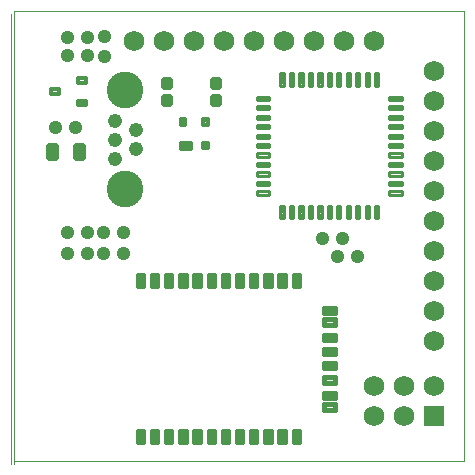
<source format=gts>
G75*
G70*
%OFA0B0*%
%FSLAX24Y24*%
%IPPOS*%
%LPD*%
%AMOC8*
5,1,8,0,0,1.08239X$1,22.5*
%
%ADD10C,0.0000*%
%ADD11C,0.0109*%
%ADD12C,0.0476*%
%ADD13C,0.1221*%
%ADD14C,0.0138*%
%ADD15C,0.0158*%
%ADD16C,0.0396*%
%ADD17C,0.0177*%
%ADD18C,0.0148*%
%ADD19C,0.0680*%
%ADD20R,0.0680X0.0680*%
%ADD21C,0.0197*%
%ADD22C,0.0220*%
D10*
X000100Y000100D02*
X000100Y015100D01*
X000200Y015200D02*
X000200Y000200D01*
X000200Y000100D01*
X000200Y000200D02*
X015200Y000200D01*
X015200Y015200D01*
X000200Y015200D01*
D11*
X008293Y012329D02*
X008697Y012329D01*
X008697Y012221D01*
X008293Y012221D01*
X008293Y012329D01*
X008697Y012329D01*
X008697Y012014D02*
X008293Y012014D01*
X008697Y012014D02*
X008697Y011906D01*
X008293Y011906D01*
X008293Y012014D01*
X008697Y012014D01*
X008697Y011699D02*
X008293Y011699D01*
X008697Y011699D02*
X008697Y011591D01*
X008293Y011591D01*
X008293Y011699D01*
X008697Y011699D01*
X008697Y011384D02*
X008293Y011384D01*
X008697Y011384D02*
X008697Y011276D01*
X008293Y011276D01*
X008293Y011384D01*
X008697Y011384D01*
X008697Y011069D02*
X008293Y011069D01*
X008697Y011069D02*
X008697Y010961D01*
X008293Y010961D01*
X008293Y011069D01*
X008697Y011069D01*
X008697Y010754D02*
X008293Y010754D01*
X008697Y010754D02*
X008697Y010646D01*
X008293Y010646D01*
X008293Y010754D01*
X008697Y010754D01*
X008697Y010439D02*
X008293Y010439D01*
X008697Y010439D02*
X008697Y010331D01*
X008293Y010331D01*
X008293Y010439D01*
X008697Y010439D01*
X008697Y010124D02*
X008293Y010124D01*
X008697Y010124D02*
X008697Y010016D01*
X008293Y010016D01*
X008293Y010124D01*
X008697Y010124D01*
X008697Y009809D02*
X008293Y009809D01*
X008697Y009809D02*
X008697Y009701D01*
X008293Y009701D01*
X008293Y009809D01*
X008697Y009809D01*
X008697Y009494D02*
X008293Y009494D01*
X008697Y009494D02*
X008697Y009386D01*
X008293Y009386D01*
X008293Y009494D01*
X008697Y009494D01*
X008697Y009179D02*
X008293Y009179D01*
X008697Y009179D02*
X008697Y009071D01*
X008293Y009071D01*
X008293Y009179D01*
X008697Y009179D01*
X009071Y008697D02*
X009071Y008293D01*
X009071Y008697D02*
X009179Y008697D01*
X009179Y008293D01*
X009071Y008293D01*
X009071Y008401D02*
X009179Y008401D01*
X009179Y008509D02*
X009071Y008509D01*
X009071Y008617D02*
X009179Y008617D01*
X009386Y008697D02*
X009386Y008293D01*
X009386Y008697D02*
X009494Y008697D01*
X009494Y008293D01*
X009386Y008293D01*
X009386Y008401D02*
X009494Y008401D01*
X009494Y008509D02*
X009386Y008509D01*
X009386Y008617D02*
X009494Y008617D01*
X009701Y008697D02*
X009701Y008293D01*
X009701Y008697D02*
X009809Y008697D01*
X009809Y008293D01*
X009701Y008293D01*
X009701Y008401D02*
X009809Y008401D01*
X009809Y008509D02*
X009701Y008509D01*
X009701Y008617D02*
X009809Y008617D01*
X010016Y008697D02*
X010016Y008293D01*
X010016Y008697D02*
X010124Y008697D01*
X010124Y008293D01*
X010016Y008293D01*
X010016Y008401D02*
X010124Y008401D01*
X010124Y008509D02*
X010016Y008509D01*
X010016Y008617D02*
X010124Y008617D01*
X010331Y008697D02*
X010331Y008293D01*
X010331Y008697D02*
X010439Y008697D01*
X010439Y008293D01*
X010331Y008293D01*
X010331Y008401D02*
X010439Y008401D01*
X010439Y008509D02*
X010331Y008509D01*
X010331Y008617D02*
X010439Y008617D01*
X010646Y008697D02*
X010646Y008293D01*
X010646Y008697D02*
X010754Y008697D01*
X010754Y008293D01*
X010646Y008293D01*
X010646Y008401D02*
X010754Y008401D01*
X010754Y008509D02*
X010646Y008509D01*
X010646Y008617D02*
X010754Y008617D01*
X010961Y008697D02*
X010961Y008293D01*
X010961Y008697D02*
X011069Y008697D01*
X011069Y008293D01*
X010961Y008293D01*
X010961Y008401D02*
X011069Y008401D01*
X011069Y008509D02*
X010961Y008509D01*
X010961Y008617D02*
X011069Y008617D01*
X011276Y008697D02*
X011276Y008293D01*
X011276Y008697D02*
X011384Y008697D01*
X011384Y008293D01*
X011276Y008293D01*
X011276Y008401D02*
X011384Y008401D01*
X011384Y008509D02*
X011276Y008509D01*
X011276Y008617D02*
X011384Y008617D01*
X011591Y008697D02*
X011591Y008293D01*
X011591Y008697D02*
X011699Y008697D01*
X011699Y008293D01*
X011591Y008293D01*
X011591Y008401D02*
X011699Y008401D01*
X011699Y008509D02*
X011591Y008509D01*
X011591Y008617D02*
X011699Y008617D01*
X011906Y008697D02*
X011906Y008293D01*
X011906Y008697D02*
X012014Y008697D01*
X012014Y008293D01*
X011906Y008293D01*
X011906Y008401D02*
X012014Y008401D01*
X012014Y008509D02*
X011906Y008509D01*
X011906Y008617D02*
X012014Y008617D01*
X012221Y008697D02*
X012221Y008293D01*
X012221Y008697D02*
X012329Y008697D01*
X012329Y008293D01*
X012221Y008293D01*
X012221Y008401D02*
X012329Y008401D01*
X012329Y008509D02*
X012221Y008509D01*
X012221Y008617D02*
X012329Y008617D01*
X012703Y009071D02*
X013107Y009071D01*
X012703Y009071D02*
X012703Y009179D01*
X013107Y009179D01*
X013107Y009071D01*
X013107Y009179D02*
X012703Y009179D01*
X012703Y009386D02*
X013107Y009386D01*
X012703Y009386D02*
X012703Y009494D01*
X013107Y009494D01*
X013107Y009386D01*
X013107Y009494D02*
X012703Y009494D01*
X012703Y009701D02*
X013107Y009701D01*
X012703Y009701D02*
X012703Y009809D01*
X013107Y009809D01*
X013107Y009701D01*
X013107Y009809D02*
X012703Y009809D01*
X012703Y010016D02*
X013107Y010016D01*
X012703Y010016D02*
X012703Y010124D01*
X013107Y010124D01*
X013107Y010016D01*
X013107Y010124D02*
X012703Y010124D01*
X012703Y010331D02*
X013107Y010331D01*
X012703Y010331D02*
X012703Y010439D01*
X013107Y010439D01*
X013107Y010331D01*
X013107Y010439D02*
X012703Y010439D01*
X012703Y010646D02*
X013107Y010646D01*
X012703Y010646D02*
X012703Y010754D01*
X013107Y010754D01*
X013107Y010646D01*
X013107Y010754D02*
X012703Y010754D01*
X012703Y010961D02*
X013107Y010961D01*
X012703Y010961D02*
X012703Y011069D01*
X013107Y011069D01*
X013107Y010961D01*
X013107Y011069D02*
X012703Y011069D01*
X012703Y011276D02*
X013107Y011276D01*
X012703Y011276D02*
X012703Y011384D01*
X013107Y011384D01*
X013107Y011276D01*
X013107Y011384D02*
X012703Y011384D01*
X012703Y011591D02*
X013107Y011591D01*
X012703Y011591D02*
X012703Y011699D01*
X013107Y011699D01*
X013107Y011591D01*
X013107Y011699D02*
X012703Y011699D01*
X012703Y011906D02*
X013107Y011906D01*
X012703Y011906D02*
X012703Y012014D01*
X013107Y012014D01*
X013107Y011906D01*
X013107Y012014D02*
X012703Y012014D01*
X012703Y012221D02*
X013107Y012221D01*
X012703Y012221D02*
X012703Y012329D01*
X013107Y012329D01*
X013107Y012221D01*
X013107Y012329D02*
X012703Y012329D01*
X012329Y012703D02*
X012329Y013107D01*
X012329Y012703D02*
X012221Y012703D01*
X012221Y013107D01*
X012329Y013107D01*
X012329Y012811D02*
X012221Y012811D01*
X012221Y012919D02*
X012329Y012919D01*
X012329Y013027D02*
X012221Y013027D01*
X012014Y013107D02*
X012014Y012703D01*
X011906Y012703D01*
X011906Y013107D01*
X012014Y013107D01*
X012014Y012811D02*
X011906Y012811D01*
X011906Y012919D02*
X012014Y012919D01*
X012014Y013027D02*
X011906Y013027D01*
X011699Y013107D02*
X011699Y012703D01*
X011591Y012703D01*
X011591Y013107D01*
X011699Y013107D01*
X011699Y012811D02*
X011591Y012811D01*
X011591Y012919D02*
X011699Y012919D01*
X011699Y013027D02*
X011591Y013027D01*
X011384Y013107D02*
X011384Y012703D01*
X011276Y012703D01*
X011276Y013107D01*
X011384Y013107D01*
X011384Y012811D02*
X011276Y012811D01*
X011276Y012919D02*
X011384Y012919D01*
X011384Y013027D02*
X011276Y013027D01*
X011069Y013107D02*
X011069Y012703D01*
X010961Y012703D01*
X010961Y013107D01*
X011069Y013107D01*
X011069Y012811D02*
X010961Y012811D01*
X010961Y012919D02*
X011069Y012919D01*
X011069Y013027D02*
X010961Y013027D01*
X010754Y013107D02*
X010754Y012703D01*
X010646Y012703D01*
X010646Y013107D01*
X010754Y013107D01*
X010754Y012811D02*
X010646Y012811D01*
X010646Y012919D02*
X010754Y012919D01*
X010754Y013027D02*
X010646Y013027D01*
X010439Y013107D02*
X010439Y012703D01*
X010331Y012703D01*
X010331Y013107D01*
X010439Y013107D01*
X010439Y012811D02*
X010331Y012811D01*
X010331Y012919D02*
X010439Y012919D01*
X010439Y013027D02*
X010331Y013027D01*
X010124Y013107D02*
X010124Y012703D01*
X010016Y012703D01*
X010016Y013107D01*
X010124Y013107D01*
X010124Y012811D02*
X010016Y012811D01*
X010016Y012919D02*
X010124Y012919D01*
X010124Y013027D02*
X010016Y013027D01*
X009809Y013107D02*
X009809Y012703D01*
X009701Y012703D01*
X009701Y013107D01*
X009809Y013107D01*
X009809Y012811D02*
X009701Y012811D01*
X009701Y012919D02*
X009809Y012919D01*
X009809Y013027D02*
X009701Y013027D01*
X009494Y013107D02*
X009494Y012703D01*
X009386Y012703D01*
X009386Y013107D01*
X009494Y013107D01*
X009494Y012811D02*
X009386Y012811D01*
X009386Y012919D02*
X009494Y012919D01*
X009494Y013027D02*
X009386Y013027D01*
X009179Y013107D02*
X009179Y012703D01*
X009071Y012703D01*
X009071Y013107D01*
X009179Y013107D01*
X009179Y012811D02*
X009071Y012811D01*
X009071Y012919D02*
X009179Y012919D01*
X009179Y013027D02*
X009071Y013027D01*
D12*
X004254Y011215D03*
X004254Y010585D03*
X003546Y010270D03*
X003546Y010900D03*
X003546Y011530D03*
D13*
X003900Y012554D03*
X003900Y009246D03*
D14*
X005757Y011405D02*
X005895Y011405D01*
X005757Y011405D02*
X005757Y011583D01*
X005895Y011583D01*
X005895Y011405D01*
X005895Y011542D02*
X005757Y011542D01*
X006505Y011405D02*
X006643Y011405D01*
X006505Y011405D02*
X006505Y011583D01*
X006643Y011583D01*
X006643Y011405D01*
X006643Y011542D02*
X006505Y011542D01*
X006505Y010617D02*
X006643Y010617D01*
X006505Y010617D02*
X006505Y010795D01*
X006643Y010795D01*
X006643Y010617D01*
X006643Y010754D02*
X006505Y010754D01*
D15*
X006043Y010627D02*
X005767Y010627D01*
X005767Y010785D01*
X006043Y010785D01*
X006043Y010627D01*
X006043Y010784D02*
X005767Y010784D01*
D16*
X003222Y013648D02*
X003178Y013648D01*
X003178Y013692D01*
X003222Y013692D01*
X003222Y013648D01*
X002608Y013678D02*
X002608Y013722D01*
X002652Y013722D01*
X002652Y013678D01*
X002608Y013678D01*
X002608Y014278D02*
X002608Y014322D01*
X002652Y014322D01*
X002652Y014278D01*
X002608Y014278D01*
X003178Y014308D02*
X003222Y014308D01*
X003178Y014308D02*
X003178Y014352D01*
X003222Y014352D01*
X003222Y014308D01*
X001948Y014278D02*
X001948Y014322D01*
X001992Y014322D01*
X001992Y014278D01*
X001948Y014278D01*
X001948Y013722D02*
X001948Y013678D01*
X001948Y013722D02*
X001992Y013722D01*
X001992Y013678D01*
X001948Y013678D01*
X002208Y011322D02*
X002208Y011278D01*
X002208Y011322D02*
X002252Y011322D01*
X002252Y011278D01*
X002208Y011278D01*
X001548Y011278D02*
X001548Y011322D01*
X001592Y011322D01*
X001592Y011278D01*
X001548Y011278D01*
X001948Y007822D02*
X001948Y007778D01*
X001948Y007822D02*
X001992Y007822D01*
X001992Y007778D01*
X001948Y007778D01*
X001948Y007122D02*
X001948Y007078D01*
X001948Y007122D02*
X001992Y007122D01*
X001992Y007078D01*
X001948Y007078D01*
X002608Y007078D02*
X002608Y007122D01*
X002652Y007122D01*
X002652Y007078D01*
X002608Y007078D01*
X003192Y007078D02*
X003192Y007122D01*
X003192Y007078D02*
X003148Y007078D01*
X003148Y007122D01*
X003192Y007122D01*
X003852Y007122D02*
X003852Y007078D01*
X003808Y007078D01*
X003808Y007122D01*
X003852Y007122D01*
X003852Y007778D02*
X003852Y007822D01*
X003852Y007778D02*
X003808Y007778D01*
X003808Y007822D01*
X003852Y007822D01*
X003192Y007822D02*
X003192Y007778D01*
X003148Y007778D01*
X003148Y007822D01*
X003192Y007822D01*
X002608Y007822D02*
X002608Y007778D01*
X002608Y007822D02*
X002652Y007822D01*
X002652Y007778D01*
X002608Y007778D01*
X010448Y007622D02*
X010448Y007578D01*
X010448Y007622D02*
X010492Y007622D01*
X010492Y007578D01*
X010448Y007578D01*
X010992Y007022D02*
X010992Y006978D01*
X010948Y006978D01*
X010948Y007022D01*
X010992Y007022D01*
X011108Y007578D02*
X011108Y007622D01*
X011152Y007622D01*
X011152Y007578D01*
X011108Y007578D01*
X011652Y007022D02*
X011652Y006978D01*
X011608Y006978D01*
X011608Y007022D01*
X011652Y007022D01*
D17*
X010888Y005305D02*
X010512Y005305D01*
X010888Y005305D02*
X010888Y005127D01*
X010512Y005127D01*
X010512Y005305D01*
X010512Y005303D02*
X010888Y005303D01*
X010888Y004911D02*
X010512Y004911D01*
X010888Y004911D02*
X010888Y004733D01*
X010512Y004733D01*
X010512Y004911D01*
X010512Y004909D02*
X010888Y004909D01*
X010888Y004399D02*
X010512Y004399D01*
X010888Y004399D02*
X010888Y004221D01*
X010512Y004221D01*
X010512Y004399D01*
X010512Y004397D02*
X010888Y004397D01*
X010888Y003927D02*
X010512Y003927D01*
X010888Y003927D02*
X010888Y003749D01*
X010512Y003749D01*
X010512Y003927D01*
X010512Y003925D02*
X010888Y003925D01*
X010888Y003454D02*
X010512Y003454D01*
X010888Y003454D02*
X010888Y003276D01*
X010512Y003276D01*
X010512Y003454D01*
X010512Y003452D02*
X010888Y003452D01*
X010888Y002982D02*
X010512Y002982D01*
X010888Y002982D02*
X010888Y002804D01*
X010512Y002804D01*
X010512Y002982D01*
X010512Y002980D02*
X010888Y002980D01*
X010888Y002470D02*
X010512Y002470D01*
X010888Y002470D02*
X010888Y002292D01*
X010512Y002292D01*
X010512Y002470D01*
X010512Y002468D02*
X010888Y002468D01*
X010888Y002076D02*
X010512Y002076D01*
X010888Y002076D02*
X010888Y001898D01*
X010512Y001898D01*
X010512Y002076D01*
X010512Y002074D02*
X010888Y002074D01*
X009687Y001191D02*
X009687Y000815D01*
X009509Y000815D01*
X009509Y001191D01*
X009687Y001191D01*
X009687Y000991D02*
X009509Y000991D01*
X009509Y001167D02*
X009687Y001167D01*
X009214Y001191D02*
X009214Y000815D01*
X009036Y000815D01*
X009036Y001191D01*
X009214Y001191D01*
X009214Y000991D02*
X009036Y000991D01*
X009036Y001167D02*
X009214Y001167D01*
X008742Y001191D02*
X008742Y000815D01*
X008564Y000815D01*
X008564Y001191D01*
X008742Y001191D01*
X008742Y000991D02*
X008564Y000991D01*
X008564Y001167D02*
X008742Y001167D01*
X008269Y001191D02*
X008269Y000815D01*
X008091Y000815D01*
X008091Y001191D01*
X008269Y001191D01*
X008269Y000991D02*
X008091Y000991D01*
X008091Y001167D02*
X008269Y001167D01*
X007797Y001191D02*
X007797Y000815D01*
X007619Y000815D01*
X007619Y001191D01*
X007797Y001191D01*
X007797Y000991D02*
X007619Y000991D01*
X007619Y001167D02*
X007797Y001167D01*
X007324Y001191D02*
X007324Y000815D01*
X007146Y000815D01*
X007146Y001191D01*
X007324Y001191D01*
X007324Y000991D02*
X007146Y000991D01*
X007146Y001167D02*
X007324Y001167D01*
X006852Y001191D02*
X006852Y000815D01*
X006674Y000815D01*
X006674Y001191D01*
X006852Y001191D01*
X006852Y000991D02*
X006674Y000991D01*
X006674Y001167D02*
X006852Y001167D01*
X006380Y001191D02*
X006380Y000815D01*
X006202Y000815D01*
X006202Y001191D01*
X006380Y001191D01*
X006380Y000991D02*
X006202Y000991D01*
X006202Y001167D02*
X006380Y001167D01*
X005907Y001191D02*
X005907Y000815D01*
X005729Y000815D01*
X005729Y001191D01*
X005907Y001191D01*
X005907Y000991D02*
X005729Y000991D01*
X005729Y001167D02*
X005907Y001167D01*
X005435Y001191D02*
X005435Y000815D01*
X005257Y000815D01*
X005257Y001191D01*
X005435Y001191D01*
X005435Y000991D02*
X005257Y000991D01*
X005257Y001167D02*
X005435Y001167D01*
X004962Y001191D02*
X004962Y000815D01*
X004784Y000815D01*
X004784Y001191D01*
X004962Y001191D01*
X004962Y000991D02*
X004784Y000991D01*
X004784Y001167D02*
X004962Y001167D01*
X004490Y001191D02*
X004490Y000815D01*
X004312Y000815D01*
X004312Y001191D01*
X004490Y001191D01*
X004490Y000991D02*
X004312Y000991D01*
X004312Y001167D02*
X004490Y001167D01*
X004490Y006012D02*
X004490Y006388D01*
X004490Y006012D02*
X004312Y006012D01*
X004312Y006388D01*
X004490Y006388D01*
X004490Y006188D02*
X004312Y006188D01*
X004312Y006364D02*
X004490Y006364D01*
X004962Y006388D02*
X004962Y006012D01*
X004784Y006012D01*
X004784Y006388D01*
X004962Y006388D01*
X004962Y006188D02*
X004784Y006188D01*
X004784Y006364D02*
X004962Y006364D01*
X005435Y006388D02*
X005435Y006012D01*
X005257Y006012D01*
X005257Y006388D01*
X005435Y006388D01*
X005435Y006188D02*
X005257Y006188D01*
X005257Y006364D02*
X005435Y006364D01*
X005907Y006388D02*
X005907Y006012D01*
X005729Y006012D01*
X005729Y006388D01*
X005907Y006388D01*
X005907Y006188D02*
X005729Y006188D01*
X005729Y006364D02*
X005907Y006364D01*
X006380Y006388D02*
X006380Y006012D01*
X006202Y006012D01*
X006202Y006388D01*
X006380Y006388D01*
X006380Y006188D02*
X006202Y006188D01*
X006202Y006364D02*
X006380Y006364D01*
X006852Y006388D02*
X006852Y006012D01*
X006674Y006012D01*
X006674Y006388D01*
X006852Y006388D01*
X006852Y006188D02*
X006674Y006188D01*
X006674Y006364D02*
X006852Y006364D01*
X007324Y006388D02*
X007324Y006012D01*
X007146Y006012D01*
X007146Y006388D01*
X007324Y006388D01*
X007324Y006188D02*
X007146Y006188D01*
X007146Y006364D02*
X007324Y006364D01*
X007797Y006388D02*
X007797Y006012D01*
X007619Y006012D01*
X007619Y006388D01*
X007797Y006388D01*
X007797Y006188D02*
X007619Y006188D01*
X007619Y006364D02*
X007797Y006364D01*
X008269Y006388D02*
X008269Y006012D01*
X008091Y006012D01*
X008091Y006388D01*
X008269Y006388D01*
X008269Y006188D02*
X008091Y006188D01*
X008091Y006364D02*
X008269Y006364D01*
X008742Y006388D02*
X008742Y006012D01*
X008564Y006012D01*
X008564Y006388D01*
X008742Y006388D01*
X008742Y006188D02*
X008564Y006188D01*
X008564Y006364D02*
X008742Y006364D01*
X009214Y006388D02*
X009214Y006012D01*
X009036Y006012D01*
X009036Y006388D01*
X009214Y006388D01*
X009214Y006188D02*
X009036Y006188D01*
X009036Y006364D02*
X009214Y006364D01*
X009687Y006388D02*
X009687Y006012D01*
X009509Y006012D01*
X009509Y006388D01*
X009687Y006388D01*
X009687Y006188D02*
X009509Y006188D01*
X009509Y006364D02*
X009687Y006364D01*
D18*
X002586Y012052D02*
X002586Y012200D01*
X002586Y012052D02*
X002320Y012052D01*
X002320Y012200D01*
X002586Y012200D01*
X002586Y012199D02*
X002320Y012199D01*
X002586Y012800D02*
X002586Y012948D01*
X002586Y012800D02*
X002320Y012800D01*
X002320Y012948D01*
X002586Y012948D01*
X002586Y012947D02*
X002320Y012947D01*
X001680Y012574D02*
X001680Y012426D01*
X001414Y012426D01*
X001414Y012574D01*
X001680Y012574D01*
X001680Y012573D02*
X001414Y012573D01*
D19*
X004200Y014200D03*
X005200Y014200D03*
X006200Y014200D03*
X007200Y014200D03*
X008200Y014200D03*
X009200Y014200D03*
X010200Y014200D03*
X011200Y014200D03*
X012200Y014200D03*
X014200Y013200D03*
X014200Y012200D03*
X014200Y011200D03*
X014200Y010200D03*
X014200Y009200D03*
X014200Y008200D03*
X014200Y007200D03*
X014200Y006200D03*
X014200Y005200D03*
X014200Y004200D03*
X014200Y002700D03*
X013200Y002700D03*
X013200Y001700D03*
X012200Y001700D03*
X012200Y002700D03*
D20*
X014200Y001700D03*
D21*
X007006Y012096D02*
X006808Y012096D01*
X006808Y012334D01*
X007006Y012334D01*
X007006Y012096D01*
X007006Y012292D02*
X006808Y012292D01*
X006808Y012666D02*
X007006Y012666D01*
X006808Y012666D02*
X006808Y012904D01*
X007006Y012904D01*
X007006Y012666D01*
X007006Y012862D02*
X006808Y012862D01*
X005392Y012666D02*
X005194Y012666D01*
X005194Y012904D01*
X005392Y012904D01*
X005392Y012666D01*
X005392Y012862D02*
X005194Y012862D01*
X005194Y012096D02*
X005392Y012096D01*
X005194Y012096D02*
X005194Y012334D01*
X005392Y012334D01*
X005392Y012096D01*
X005392Y012292D02*
X005194Y012292D01*
D22*
X002460Y010685D02*
X002240Y010685D01*
X002460Y010685D02*
X002460Y010315D01*
X002240Y010315D01*
X002240Y010685D01*
X002240Y010534D02*
X002460Y010534D01*
X001560Y010685D02*
X001340Y010685D01*
X001560Y010685D02*
X001560Y010315D01*
X001340Y010315D01*
X001340Y010685D01*
X001340Y010534D02*
X001560Y010534D01*
M02*

</source>
